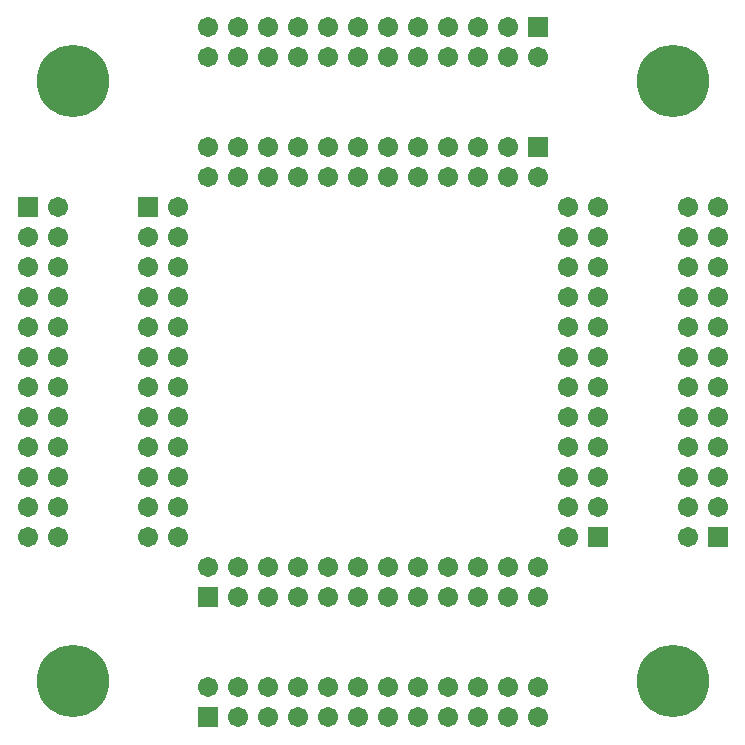
<source format=gbs>
G04*
G04 #@! TF.GenerationSoftware,Altium Limited,Altium Designer,19.1.5 (86)*
G04*
G04 Layer_Color=16711935*
%FSLAX25Y25*%
%MOIN*%
G70*
G01*
G75*
%ADD15C,0.06706*%
%ADD16R,0.06706X0.06706*%
%ADD17R,0.06706X0.06706*%
%ADD18C,0.24113*%
D15*
X67900Y227400D02*
D03*
X77900D02*
D03*
X87900D02*
D03*
X97900D02*
D03*
X107900D02*
D03*
X117900D02*
D03*
X127900D02*
D03*
X137900D02*
D03*
X147900D02*
D03*
X157900D02*
D03*
X167900D02*
D03*
X177900D02*
D03*
X67900Y237400D02*
D03*
X77900D02*
D03*
X87900D02*
D03*
X97900D02*
D03*
X107900D02*
D03*
X117900D02*
D03*
X127900D02*
D03*
X137900D02*
D03*
X147900D02*
D03*
X157900D02*
D03*
X167900D02*
D03*
X227900Y177400D02*
D03*
Y167400D02*
D03*
Y157400D02*
D03*
Y147400D02*
D03*
Y137400D02*
D03*
Y127400D02*
D03*
Y117400D02*
D03*
Y107400D02*
D03*
Y97400D02*
D03*
Y87400D02*
D03*
Y77400D02*
D03*
Y67400D02*
D03*
X237900Y177400D02*
D03*
Y167400D02*
D03*
Y157400D02*
D03*
Y147400D02*
D03*
Y137400D02*
D03*
Y127400D02*
D03*
Y117400D02*
D03*
Y107400D02*
D03*
Y97400D02*
D03*
Y87400D02*
D03*
Y77400D02*
D03*
X177900Y17400D02*
D03*
X167900D02*
D03*
X157900D02*
D03*
X147900D02*
D03*
X137900D02*
D03*
X127900D02*
D03*
X117900D02*
D03*
X107900D02*
D03*
X97900D02*
D03*
X87900D02*
D03*
X77900D02*
D03*
X67900D02*
D03*
X177900Y7400D02*
D03*
X167900D02*
D03*
X157900D02*
D03*
X147900D02*
D03*
X137900D02*
D03*
X127900D02*
D03*
X117900D02*
D03*
X107900D02*
D03*
X97900D02*
D03*
X87900D02*
D03*
X77900D02*
D03*
X17900Y67400D02*
D03*
Y77400D02*
D03*
Y87400D02*
D03*
Y97400D02*
D03*
Y107400D02*
D03*
Y117400D02*
D03*
Y127400D02*
D03*
Y137400D02*
D03*
Y147400D02*
D03*
Y157400D02*
D03*
Y167400D02*
D03*
Y177400D02*
D03*
X7900Y67400D02*
D03*
Y77400D02*
D03*
Y87400D02*
D03*
Y97400D02*
D03*
Y107400D02*
D03*
Y117400D02*
D03*
Y127400D02*
D03*
Y137400D02*
D03*
Y147400D02*
D03*
Y157400D02*
D03*
Y167400D02*
D03*
X67900Y187400D02*
D03*
X77900D02*
D03*
X87900D02*
D03*
X97900D02*
D03*
X107900D02*
D03*
X117900D02*
D03*
X127900D02*
D03*
X137900D02*
D03*
X147900D02*
D03*
X157900D02*
D03*
X167900D02*
D03*
X177900D02*
D03*
X67900Y197400D02*
D03*
X77900D02*
D03*
X87900D02*
D03*
X97900D02*
D03*
X107900D02*
D03*
X117900D02*
D03*
X127900D02*
D03*
X137900D02*
D03*
X147900D02*
D03*
X157900D02*
D03*
X167900D02*
D03*
X187900Y177400D02*
D03*
Y167400D02*
D03*
Y157400D02*
D03*
Y147400D02*
D03*
Y137400D02*
D03*
Y127400D02*
D03*
Y117400D02*
D03*
Y107400D02*
D03*
Y97400D02*
D03*
Y87400D02*
D03*
Y77400D02*
D03*
Y67400D02*
D03*
X197900Y177400D02*
D03*
Y167400D02*
D03*
Y157400D02*
D03*
Y147400D02*
D03*
Y137400D02*
D03*
Y127400D02*
D03*
Y117400D02*
D03*
Y107400D02*
D03*
Y97400D02*
D03*
Y87400D02*
D03*
Y77400D02*
D03*
X57900Y67400D02*
D03*
Y77400D02*
D03*
Y87400D02*
D03*
Y97400D02*
D03*
Y107400D02*
D03*
Y117400D02*
D03*
Y127400D02*
D03*
Y137400D02*
D03*
Y147400D02*
D03*
Y157400D02*
D03*
Y167400D02*
D03*
Y177400D02*
D03*
X47900Y67400D02*
D03*
Y77400D02*
D03*
Y87400D02*
D03*
Y97400D02*
D03*
Y107400D02*
D03*
Y117400D02*
D03*
Y127400D02*
D03*
Y137400D02*
D03*
Y147400D02*
D03*
Y157400D02*
D03*
Y167400D02*
D03*
X177900Y57400D02*
D03*
X167900D02*
D03*
X157900D02*
D03*
X147900D02*
D03*
X137900D02*
D03*
X127900D02*
D03*
X117900D02*
D03*
X107900D02*
D03*
X97900D02*
D03*
X87900D02*
D03*
X77900D02*
D03*
X67900D02*
D03*
X177900Y47400D02*
D03*
X167900D02*
D03*
X157900D02*
D03*
X147900D02*
D03*
X137900D02*
D03*
X127900D02*
D03*
X117900D02*
D03*
X107900D02*
D03*
X97900D02*
D03*
X87900D02*
D03*
X77900D02*
D03*
D16*
X177900Y237400D02*
D03*
X67900Y7400D02*
D03*
X177900Y197400D02*
D03*
X67900Y47400D02*
D03*
D17*
X237900Y67400D02*
D03*
X7900Y177400D02*
D03*
X197900Y67400D02*
D03*
X47900Y177400D02*
D03*
D18*
X22900Y219400D02*
D03*
Y19400D02*
D03*
X222900D02*
D03*
Y219400D02*
D03*
M02*

</source>
